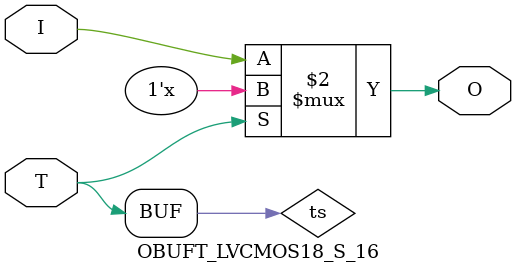
<source format=v>

/*

FUNCTION	: TRI-STATE OUTPUT BUFFER

*/

`celldefine
`timescale  100 ps / 10 ps

module OBUFT_LVCMOS18_S_16 (O, I, T);

    output O;

    input  I, T;

    or O1 (ts, 1'b0, T);
    bufif0 T1 (O, I, ts);

endmodule

</source>
